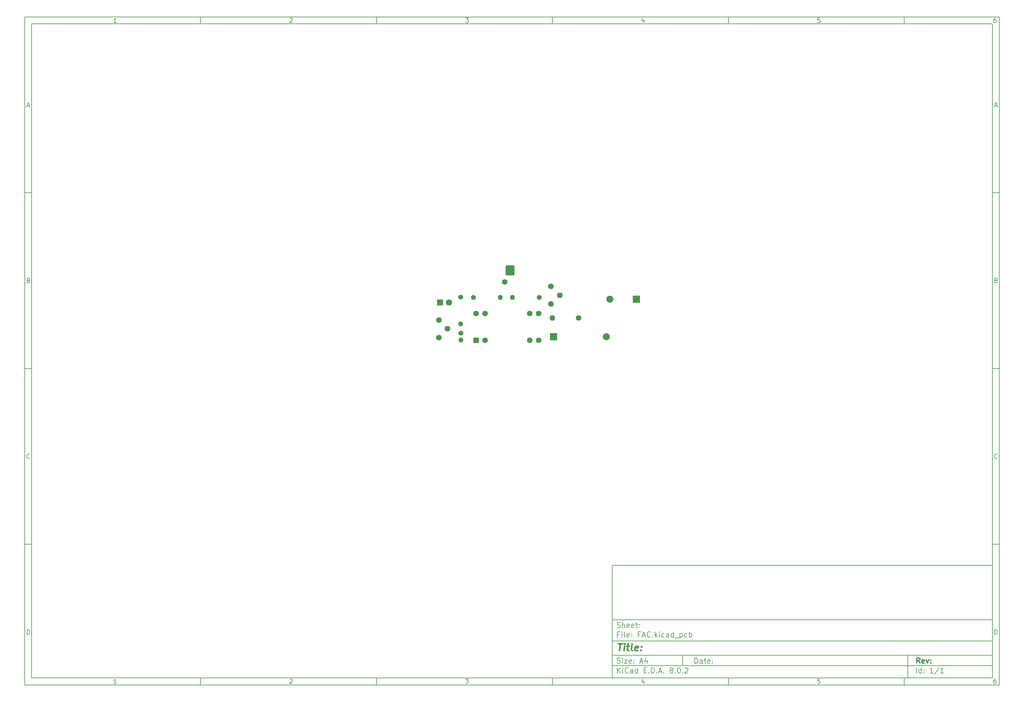
<source format=gbr>
%TF.GenerationSoftware,KiCad,Pcbnew,8.0.2*%
%TF.CreationDate,2024-06-13T18:36:30+05:30*%
%TF.ProjectId,FAC,4641432e-6b69-4636-9164-5f7063625858,rev?*%
%TF.SameCoordinates,Original*%
%TF.FileFunction,Soldermask,Bot*%
%TF.FilePolarity,Negative*%
%FSLAX46Y46*%
G04 Gerber Fmt 4.6, Leading zero omitted, Abs format (unit mm)*
G04 Created by KiCad (PCBNEW 8.0.2) date 2024-06-13 18:36:30*
%MOMM*%
%LPD*%
G01*
G04 APERTURE LIST*
G04 Aperture macros list*
%AMRoundRect*
0 Rectangle with rounded corners*
0 $1 Rounding radius*
0 $2 $3 $4 $5 $6 $7 $8 $9 X,Y pos of 4 corners*
0 Add a 4 corners polygon primitive as box body*
4,1,4,$2,$3,$4,$5,$6,$7,$8,$9,$2,$3,0*
0 Add four circle primitives for the rounded corners*
1,1,$1+$1,$2,$3*
1,1,$1+$1,$4,$5*
1,1,$1+$1,$6,$7*
1,1,$1+$1,$8,$9*
0 Add four rect primitives between the rounded corners*
20,1,$1+$1,$2,$3,$4,$5,0*
20,1,$1+$1,$4,$5,$6,$7,0*
20,1,$1+$1,$6,$7,$8,$9,0*
20,1,$1+$1,$8,$9,$2,$3,0*%
G04 Aperture macros list end*
%ADD10C,0.100000*%
%ADD11C,0.150000*%
%ADD12C,0.300000*%
%ADD13C,0.400000*%
%ADD14R,1.600000X1.600000*%
%ADD15C,1.600000*%
%ADD16C,1.400000*%
%ADD17O,1.400000X1.400000*%
%ADD18R,1.800000X1.800000*%
%ADD19C,1.800000*%
%ADD20C,1.620000*%
%ADD21R,2.000000X2.000000*%
%ADD22C,2.000000*%
%ADD23O,2.000000X2.000000*%
%ADD24RoundRect,0.250000X-0.980000X-1.150000X0.980000X-1.150000X0.980000X1.150000X-0.980000X1.150000X0*%
%ADD25O,1.600000X1.600000*%
G04 APERTURE END LIST*
D10*
D11*
X177002200Y-166007200D02*
X285002200Y-166007200D01*
X285002200Y-198007200D01*
X177002200Y-198007200D01*
X177002200Y-166007200D01*
D10*
D11*
X10000000Y-10000000D02*
X287002200Y-10000000D01*
X287002200Y-200007200D01*
X10000000Y-200007200D01*
X10000000Y-10000000D01*
D10*
D11*
X12000000Y-12000000D02*
X285002200Y-12000000D01*
X285002200Y-198007200D01*
X12000000Y-198007200D01*
X12000000Y-12000000D01*
D10*
D11*
X60000000Y-12000000D02*
X60000000Y-10000000D01*
D10*
D11*
X110000000Y-12000000D02*
X110000000Y-10000000D01*
D10*
D11*
X160000000Y-12000000D02*
X160000000Y-10000000D01*
D10*
D11*
X210000000Y-12000000D02*
X210000000Y-10000000D01*
D10*
D11*
X260000000Y-12000000D02*
X260000000Y-10000000D01*
D10*
D11*
X36089160Y-11593604D02*
X35346303Y-11593604D01*
X35717731Y-11593604D02*
X35717731Y-10293604D01*
X35717731Y-10293604D02*
X35593922Y-10479319D01*
X35593922Y-10479319D02*
X35470112Y-10603128D01*
X35470112Y-10603128D02*
X35346303Y-10665033D01*
D10*
D11*
X85346303Y-10417414D02*
X85408207Y-10355509D01*
X85408207Y-10355509D02*
X85532017Y-10293604D01*
X85532017Y-10293604D02*
X85841541Y-10293604D01*
X85841541Y-10293604D02*
X85965350Y-10355509D01*
X85965350Y-10355509D02*
X86027255Y-10417414D01*
X86027255Y-10417414D02*
X86089160Y-10541223D01*
X86089160Y-10541223D02*
X86089160Y-10665033D01*
X86089160Y-10665033D02*
X86027255Y-10850747D01*
X86027255Y-10850747D02*
X85284398Y-11593604D01*
X85284398Y-11593604D02*
X86089160Y-11593604D01*
D10*
D11*
X135284398Y-10293604D02*
X136089160Y-10293604D01*
X136089160Y-10293604D02*
X135655826Y-10788842D01*
X135655826Y-10788842D02*
X135841541Y-10788842D01*
X135841541Y-10788842D02*
X135965350Y-10850747D01*
X135965350Y-10850747D02*
X136027255Y-10912652D01*
X136027255Y-10912652D02*
X136089160Y-11036461D01*
X136089160Y-11036461D02*
X136089160Y-11345985D01*
X136089160Y-11345985D02*
X136027255Y-11469795D01*
X136027255Y-11469795D02*
X135965350Y-11531700D01*
X135965350Y-11531700D02*
X135841541Y-11593604D01*
X135841541Y-11593604D02*
X135470112Y-11593604D01*
X135470112Y-11593604D02*
X135346303Y-11531700D01*
X135346303Y-11531700D02*
X135284398Y-11469795D01*
D10*
D11*
X185965350Y-10726938D02*
X185965350Y-11593604D01*
X185655826Y-10231700D02*
X185346303Y-11160271D01*
X185346303Y-11160271D02*
X186151064Y-11160271D01*
D10*
D11*
X236027255Y-10293604D02*
X235408207Y-10293604D01*
X235408207Y-10293604D02*
X235346303Y-10912652D01*
X235346303Y-10912652D02*
X235408207Y-10850747D01*
X235408207Y-10850747D02*
X235532017Y-10788842D01*
X235532017Y-10788842D02*
X235841541Y-10788842D01*
X235841541Y-10788842D02*
X235965350Y-10850747D01*
X235965350Y-10850747D02*
X236027255Y-10912652D01*
X236027255Y-10912652D02*
X236089160Y-11036461D01*
X236089160Y-11036461D02*
X236089160Y-11345985D01*
X236089160Y-11345985D02*
X236027255Y-11469795D01*
X236027255Y-11469795D02*
X235965350Y-11531700D01*
X235965350Y-11531700D02*
X235841541Y-11593604D01*
X235841541Y-11593604D02*
X235532017Y-11593604D01*
X235532017Y-11593604D02*
X235408207Y-11531700D01*
X235408207Y-11531700D02*
X235346303Y-11469795D01*
D10*
D11*
X285965350Y-10293604D02*
X285717731Y-10293604D01*
X285717731Y-10293604D02*
X285593922Y-10355509D01*
X285593922Y-10355509D02*
X285532017Y-10417414D01*
X285532017Y-10417414D02*
X285408207Y-10603128D01*
X285408207Y-10603128D02*
X285346303Y-10850747D01*
X285346303Y-10850747D02*
X285346303Y-11345985D01*
X285346303Y-11345985D02*
X285408207Y-11469795D01*
X285408207Y-11469795D02*
X285470112Y-11531700D01*
X285470112Y-11531700D02*
X285593922Y-11593604D01*
X285593922Y-11593604D02*
X285841541Y-11593604D01*
X285841541Y-11593604D02*
X285965350Y-11531700D01*
X285965350Y-11531700D02*
X286027255Y-11469795D01*
X286027255Y-11469795D02*
X286089160Y-11345985D01*
X286089160Y-11345985D02*
X286089160Y-11036461D01*
X286089160Y-11036461D02*
X286027255Y-10912652D01*
X286027255Y-10912652D02*
X285965350Y-10850747D01*
X285965350Y-10850747D02*
X285841541Y-10788842D01*
X285841541Y-10788842D02*
X285593922Y-10788842D01*
X285593922Y-10788842D02*
X285470112Y-10850747D01*
X285470112Y-10850747D02*
X285408207Y-10912652D01*
X285408207Y-10912652D02*
X285346303Y-11036461D01*
D10*
D11*
X60000000Y-198007200D02*
X60000000Y-200007200D01*
D10*
D11*
X110000000Y-198007200D02*
X110000000Y-200007200D01*
D10*
D11*
X160000000Y-198007200D02*
X160000000Y-200007200D01*
D10*
D11*
X210000000Y-198007200D02*
X210000000Y-200007200D01*
D10*
D11*
X260000000Y-198007200D02*
X260000000Y-200007200D01*
D10*
D11*
X36089160Y-199600804D02*
X35346303Y-199600804D01*
X35717731Y-199600804D02*
X35717731Y-198300804D01*
X35717731Y-198300804D02*
X35593922Y-198486519D01*
X35593922Y-198486519D02*
X35470112Y-198610328D01*
X35470112Y-198610328D02*
X35346303Y-198672233D01*
D10*
D11*
X85346303Y-198424614D02*
X85408207Y-198362709D01*
X85408207Y-198362709D02*
X85532017Y-198300804D01*
X85532017Y-198300804D02*
X85841541Y-198300804D01*
X85841541Y-198300804D02*
X85965350Y-198362709D01*
X85965350Y-198362709D02*
X86027255Y-198424614D01*
X86027255Y-198424614D02*
X86089160Y-198548423D01*
X86089160Y-198548423D02*
X86089160Y-198672233D01*
X86089160Y-198672233D02*
X86027255Y-198857947D01*
X86027255Y-198857947D02*
X85284398Y-199600804D01*
X85284398Y-199600804D02*
X86089160Y-199600804D01*
D10*
D11*
X135284398Y-198300804D02*
X136089160Y-198300804D01*
X136089160Y-198300804D02*
X135655826Y-198796042D01*
X135655826Y-198796042D02*
X135841541Y-198796042D01*
X135841541Y-198796042D02*
X135965350Y-198857947D01*
X135965350Y-198857947D02*
X136027255Y-198919852D01*
X136027255Y-198919852D02*
X136089160Y-199043661D01*
X136089160Y-199043661D02*
X136089160Y-199353185D01*
X136089160Y-199353185D02*
X136027255Y-199476995D01*
X136027255Y-199476995D02*
X135965350Y-199538900D01*
X135965350Y-199538900D02*
X135841541Y-199600804D01*
X135841541Y-199600804D02*
X135470112Y-199600804D01*
X135470112Y-199600804D02*
X135346303Y-199538900D01*
X135346303Y-199538900D02*
X135284398Y-199476995D01*
D10*
D11*
X185965350Y-198734138D02*
X185965350Y-199600804D01*
X185655826Y-198238900D02*
X185346303Y-199167471D01*
X185346303Y-199167471D02*
X186151064Y-199167471D01*
D10*
D11*
X236027255Y-198300804D02*
X235408207Y-198300804D01*
X235408207Y-198300804D02*
X235346303Y-198919852D01*
X235346303Y-198919852D02*
X235408207Y-198857947D01*
X235408207Y-198857947D02*
X235532017Y-198796042D01*
X235532017Y-198796042D02*
X235841541Y-198796042D01*
X235841541Y-198796042D02*
X235965350Y-198857947D01*
X235965350Y-198857947D02*
X236027255Y-198919852D01*
X236027255Y-198919852D02*
X236089160Y-199043661D01*
X236089160Y-199043661D02*
X236089160Y-199353185D01*
X236089160Y-199353185D02*
X236027255Y-199476995D01*
X236027255Y-199476995D02*
X235965350Y-199538900D01*
X235965350Y-199538900D02*
X235841541Y-199600804D01*
X235841541Y-199600804D02*
X235532017Y-199600804D01*
X235532017Y-199600804D02*
X235408207Y-199538900D01*
X235408207Y-199538900D02*
X235346303Y-199476995D01*
D10*
D11*
X285965350Y-198300804D02*
X285717731Y-198300804D01*
X285717731Y-198300804D02*
X285593922Y-198362709D01*
X285593922Y-198362709D02*
X285532017Y-198424614D01*
X285532017Y-198424614D02*
X285408207Y-198610328D01*
X285408207Y-198610328D02*
X285346303Y-198857947D01*
X285346303Y-198857947D02*
X285346303Y-199353185D01*
X285346303Y-199353185D02*
X285408207Y-199476995D01*
X285408207Y-199476995D02*
X285470112Y-199538900D01*
X285470112Y-199538900D02*
X285593922Y-199600804D01*
X285593922Y-199600804D02*
X285841541Y-199600804D01*
X285841541Y-199600804D02*
X285965350Y-199538900D01*
X285965350Y-199538900D02*
X286027255Y-199476995D01*
X286027255Y-199476995D02*
X286089160Y-199353185D01*
X286089160Y-199353185D02*
X286089160Y-199043661D01*
X286089160Y-199043661D02*
X286027255Y-198919852D01*
X286027255Y-198919852D02*
X285965350Y-198857947D01*
X285965350Y-198857947D02*
X285841541Y-198796042D01*
X285841541Y-198796042D02*
X285593922Y-198796042D01*
X285593922Y-198796042D02*
X285470112Y-198857947D01*
X285470112Y-198857947D02*
X285408207Y-198919852D01*
X285408207Y-198919852D02*
X285346303Y-199043661D01*
D10*
D11*
X10000000Y-60000000D02*
X12000000Y-60000000D01*
D10*
D11*
X10000000Y-110000000D02*
X12000000Y-110000000D01*
D10*
D11*
X10000000Y-160000000D02*
X12000000Y-160000000D01*
D10*
D11*
X10690476Y-35222176D02*
X11309523Y-35222176D01*
X10566666Y-35593604D02*
X10999999Y-34293604D01*
X10999999Y-34293604D02*
X11433333Y-35593604D01*
D10*
D11*
X11092857Y-84912652D02*
X11278571Y-84974557D01*
X11278571Y-84974557D02*
X11340476Y-85036461D01*
X11340476Y-85036461D02*
X11402380Y-85160271D01*
X11402380Y-85160271D02*
X11402380Y-85345985D01*
X11402380Y-85345985D02*
X11340476Y-85469795D01*
X11340476Y-85469795D02*
X11278571Y-85531700D01*
X11278571Y-85531700D02*
X11154761Y-85593604D01*
X11154761Y-85593604D02*
X10659523Y-85593604D01*
X10659523Y-85593604D02*
X10659523Y-84293604D01*
X10659523Y-84293604D02*
X11092857Y-84293604D01*
X11092857Y-84293604D02*
X11216666Y-84355509D01*
X11216666Y-84355509D02*
X11278571Y-84417414D01*
X11278571Y-84417414D02*
X11340476Y-84541223D01*
X11340476Y-84541223D02*
X11340476Y-84665033D01*
X11340476Y-84665033D02*
X11278571Y-84788842D01*
X11278571Y-84788842D02*
X11216666Y-84850747D01*
X11216666Y-84850747D02*
X11092857Y-84912652D01*
X11092857Y-84912652D02*
X10659523Y-84912652D01*
D10*
D11*
X11402380Y-135469795D02*
X11340476Y-135531700D01*
X11340476Y-135531700D02*
X11154761Y-135593604D01*
X11154761Y-135593604D02*
X11030952Y-135593604D01*
X11030952Y-135593604D02*
X10845238Y-135531700D01*
X10845238Y-135531700D02*
X10721428Y-135407890D01*
X10721428Y-135407890D02*
X10659523Y-135284080D01*
X10659523Y-135284080D02*
X10597619Y-135036461D01*
X10597619Y-135036461D02*
X10597619Y-134850747D01*
X10597619Y-134850747D02*
X10659523Y-134603128D01*
X10659523Y-134603128D02*
X10721428Y-134479319D01*
X10721428Y-134479319D02*
X10845238Y-134355509D01*
X10845238Y-134355509D02*
X11030952Y-134293604D01*
X11030952Y-134293604D02*
X11154761Y-134293604D01*
X11154761Y-134293604D02*
X11340476Y-134355509D01*
X11340476Y-134355509D02*
X11402380Y-134417414D01*
D10*
D11*
X10659523Y-185593604D02*
X10659523Y-184293604D01*
X10659523Y-184293604D02*
X10969047Y-184293604D01*
X10969047Y-184293604D02*
X11154761Y-184355509D01*
X11154761Y-184355509D02*
X11278571Y-184479319D01*
X11278571Y-184479319D02*
X11340476Y-184603128D01*
X11340476Y-184603128D02*
X11402380Y-184850747D01*
X11402380Y-184850747D02*
X11402380Y-185036461D01*
X11402380Y-185036461D02*
X11340476Y-185284080D01*
X11340476Y-185284080D02*
X11278571Y-185407890D01*
X11278571Y-185407890D02*
X11154761Y-185531700D01*
X11154761Y-185531700D02*
X10969047Y-185593604D01*
X10969047Y-185593604D02*
X10659523Y-185593604D01*
D10*
D11*
X287002200Y-60000000D02*
X285002200Y-60000000D01*
D10*
D11*
X287002200Y-110000000D02*
X285002200Y-110000000D01*
D10*
D11*
X287002200Y-160000000D02*
X285002200Y-160000000D01*
D10*
D11*
X285692676Y-35222176D02*
X286311723Y-35222176D01*
X285568866Y-35593604D02*
X286002199Y-34293604D01*
X286002199Y-34293604D02*
X286435533Y-35593604D01*
D10*
D11*
X286095057Y-84912652D02*
X286280771Y-84974557D01*
X286280771Y-84974557D02*
X286342676Y-85036461D01*
X286342676Y-85036461D02*
X286404580Y-85160271D01*
X286404580Y-85160271D02*
X286404580Y-85345985D01*
X286404580Y-85345985D02*
X286342676Y-85469795D01*
X286342676Y-85469795D02*
X286280771Y-85531700D01*
X286280771Y-85531700D02*
X286156961Y-85593604D01*
X286156961Y-85593604D02*
X285661723Y-85593604D01*
X285661723Y-85593604D02*
X285661723Y-84293604D01*
X285661723Y-84293604D02*
X286095057Y-84293604D01*
X286095057Y-84293604D02*
X286218866Y-84355509D01*
X286218866Y-84355509D02*
X286280771Y-84417414D01*
X286280771Y-84417414D02*
X286342676Y-84541223D01*
X286342676Y-84541223D02*
X286342676Y-84665033D01*
X286342676Y-84665033D02*
X286280771Y-84788842D01*
X286280771Y-84788842D02*
X286218866Y-84850747D01*
X286218866Y-84850747D02*
X286095057Y-84912652D01*
X286095057Y-84912652D02*
X285661723Y-84912652D01*
D10*
D11*
X286404580Y-135469795D02*
X286342676Y-135531700D01*
X286342676Y-135531700D02*
X286156961Y-135593604D01*
X286156961Y-135593604D02*
X286033152Y-135593604D01*
X286033152Y-135593604D02*
X285847438Y-135531700D01*
X285847438Y-135531700D02*
X285723628Y-135407890D01*
X285723628Y-135407890D02*
X285661723Y-135284080D01*
X285661723Y-135284080D02*
X285599819Y-135036461D01*
X285599819Y-135036461D02*
X285599819Y-134850747D01*
X285599819Y-134850747D02*
X285661723Y-134603128D01*
X285661723Y-134603128D02*
X285723628Y-134479319D01*
X285723628Y-134479319D02*
X285847438Y-134355509D01*
X285847438Y-134355509D02*
X286033152Y-134293604D01*
X286033152Y-134293604D02*
X286156961Y-134293604D01*
X286156961Y-134293604D02*
X286342676Y-134355509D01*
X286342676Y-134355509D02*
X286404580Y-134417414D01*
D10*
D11*
X285661723Y-185593604D02*
X285661723Y-184293604D01*
X285661723Y-184293604D02*
X285971247Y-184293604D01*
X285971247Y-184293604D02*
X286156961Y-184355509D01*
X286156961Y-184355509D02*
X286280771Y-184479319D01*
X286280771Y-184479319D02*
X286342676Y-184603128D01*
X286342676Y-184603128D02*
X286404580Y-184850747D01*
X286404580Y-184850747D02*
X286404580Y-185036461D01*
X286404580Y-185036461D02*
X286342676Y-185284080D01*
X286342676Y-185284080D02*
X286280771Y-185407890D01*
X286280771Y-185407890D02*
X286156961Y-185531700D01*
X286156961Y-185531700D02*
X285971247Y-185593604D01*
X285971247Y-185593604D02*
X285661723Y-185593604D01*
D10*
D11*
X200458026Y-193793328D02*
X200458026Y-192293328D01*
X200458026Y-192293328D02*
X200815169Y-192293328D01*
X200815169Y-192293328D02*
X201029455Y-192364757D01*
X201029455Y-192364757D02*
X201172312Y-192507614D01*
X201172312Y-192507614D02*
X201243741Y-192650471D01*
X201243741Y-192650471D02*
X201315169Y-192936185D01*
X201315169Y-192936185D02*
X201315169Y-193150471D01*
X201315169Y-193150471D02*
X201243741Y-193436185D01*
X201243741Y-193436185D02*
X201172312Y-193579042D01*
X201172312Y-193579042D02*
X201029455Y-193721900D01*
X201029455Y-193721900D02*
X200815169Y-193793328D01*
X200815169Y-193793328D02*
X200458026Y-193793328D01*
X202600884Y-193793328D02*
X202600884Y-193007614D01*
X202600884Y-193007614D02*
X202529455Y-192864757D01*
X202529455Y-192864757D02*
X202386598Y-192793328D01*
X202386598Y-192793328D02*
X202100884Y-192793328D01*
X202100884Y-192793328D02*
X201958026Y-192864757D01*
X202600884Y-193721900D02*
X202458026Y-193793328D01*
X202458026Y-193793328D02*
X202100884Y-193793328D01*
X202100884Y-193793328D02*
X201958026Y-193721900D01*
X201958026Y-193721900D02*
X201886598Y-193579042D01*
X201886598Y-193579042D02*
X201886598Y-193436185D01*
X201886598Y-193436185D02*
X201958026Y-193293328D01*
X201958026Y-193293328D02*
X202100884Y-193221900D01*
X202100884Y-193221900D02*
X202458026Y-193221900D01*
X202458026Y-193221900D02*
X202600884Y-193150471D01*
X203100884Y-192793328D02*
X203672312Y-192793328D01*
X203315169Y-192293328D02*
X203315169Y-193579042D01*
X203315169Y-193579042D02*
X203386598Y-193721900D01*
X203386598Y-193721900D02*
X203529455Y-193793328D01*
X203529455Y-193793328D02*
X203672312Y-193793328D01*
X204743741Y-193721900D02*
X204600884Y-193793328D01*
X204600884Y-193793328D02*
X204315170Y-193793328D01*
X204315170Y-193793328D02*
X204172312Y-193721900D01*
X204172312Y-193721900D02*
X204100884Y-193579042D01*
X204100884Y-193579042D02*
X204100884Y-193007614D01*
X204100884Y-193007614D02*
X204172312Y-192864757D01*
X204172312Y-192864757D02*
X204315170Y-192793328D01*
X204315170Y-192793328D02*
X204600884Y-192793328D01*
X204600884Y-192793328D02*
X204743741Y-192864757D01*
X204743741Y-192864757D02*
X204815170Y-193007614D01*
X204815170Y-193007614D02*
X204815170Y-193150471D01*
X204815170Y-193150471D02*
X204100884Y-193293328D01*
X205458026Y-193650471D02*
X205529455Y-193721900D01*
X205529455Y-193721900D02*
X205458026Y-193793328D01*
X205458026Y-193793328D02*
X205386598Y-193721900D01*
X205386598Y-193721900D02*
X205458026Y-193650471D01*
X205458026Y-193650471D02*
X205458026Y-193793328D01*
X205458026Y-192864757D02*
X205529455Y-192936185D01*
X205529455Y-192936185D02*
X205458026Y-193007614D01*
X205458026Y-193007614D02*
X205386598Y-192936185D01*
X205386598Y-192936185D02*
X205458026Y-192864757D01*
X205458026Y-192864757D02*
X205458026Y-193007614D01*
D10*
D11*
X177002200Y-194507200D02*
X285002200Y-194507200D01*
D10*
D11*
X178458026Y-196593328D02*
X178458026Y-195093328D01*
X179315169Y-196593328D02*
X178672312Y-195736185D01*
X179315169Y-195093328D02*
X178458026Y-195950471D01*
X179958026Y-196593328D02*
X179958026Y-195593328D01*
X179958026Y-195093328D02*
X179886598Y-195164757D01*
X179886598Y-195164757D02*
X179958026Y-195236185D01*
X179958026Y-195236185D02*
X180029455Y-195164757D01*
X180029455Y-195164757D02*
X179958026Y-195093328D01*
X179958026Y-195093328D02*
X179958026Y-195236185D01*
X181529455Y-196450471D02*
X181458027Y-196521900D01*
X181458027Y-196521900D02*
X181243741Y-196593328D01*
X181243741Y-196593328D02*
X181100884Y-196593328D01*
X181100884Y-196593328D02*
X180886598Y-196521900D01*
X180886598Y-196521900D02*
X180743741Y-196379042D01*
X180743741Y-196379042D02*
X180672312Y-196236185D01*
X180672312Y-196236185D02*
X180600884Y-195950471D01*
X180600884Y-195950471D02*
X180600884Y-195736185D01*
X180600884Y-195736185D02*
X180672312Y-195450471D01*
X180672312Y-195450471D02*
X180743741Y-195307614D01*
X180743741Y-195307614D02*
X180886598Y-195164757D01*
X180886598Y-195164757D02*
X181100884Y-195093328D01*
X181100884Y-195093328D02*
X181243741Y-195093328D01*
X181243741Y-195093328D02*
X181458027Y-195164757D01*
X181458027Y-195164757D02*
X181529455Y-195236185D01*
X182815170Y-196593328D02*
X182815170Y-195807614D01*
X182815170Y-195807614D02*
X182743741Y-195664757D01*
X182743741Y-195664757D02*
X182600884Y-195593328D01*
X182600884Y-195593328D02*
X182315170Y-195593328D01*
X182315170Y-195593328D02*
X182172312Y-195664757D01*
X182815170Y-196521900D02*
X182672312Y-196593328D01*
X182672312Y-196593328D02*
X182315170Y-196593328D01*
X182315170Y-196593328D02*
X182172312Y-196521900D01*
X182172312Y-196521900D02*
X182100884Y-196379042D01*
X182100884Y-196379042D02*
X182100884Y-196236185D01*
X182100884Y-196236185D02*
X182172312Y-196093328D01*
X182172312Y-196093328D02*
X182315170Y-196021900D01*
X182315170Y-196021900D02*
X182672312Y-196021900D01*
X182672312Y-196021900D02*
X182815170Y-195950471D01*
X184172313Y-196593328D02*
X184172313Y-195093328D01*
X184172313Y-196521900D02*
X184029455Y-196593328D01*
X184029455Y-196593328D02*
X183743741Y-196593328D01*
X183743741Y-196593328D02*
X183600884Y-196521900D01*
X183600884Y-196521900D02*
X183529455Y-196450471D01*
X183529455Y-196450471D02*
X183458027Y-196307614D01*
X183458027Y-196307614D02*
X183458027Y-195879042D01*
X183458027Y-195879042D02*
X183529455Y-195736185D01*
X183529455Y-195736185D02*
X183600884Y-195664757D01*
X183600884Y-195664757D02*
X183743741Y-195593328D01*
X183743741Y-195593328D02*
X184029455Y-195593328D01*
X184029455Y-195593328D02*
X184172313Y-195664757D01*
X186029455Y-195807614D02*
X186529455Y-195807614D01*
X186743741Y-196593328D02*
X186029455Y-196593328D01*
X186029455Y-196593328D02*
X186029455Y-195093328D01*
X186029455Y-195093328D02*
X186743741Y-195093328D01*
X187386598Y-196450471D02*
X187458027Y-196521900D01*
X187458027Y-196521900D02*
X187386598Y-196593328D01*
X187386598Y-196593328D02*
X187315170Y-196521900D01*
X187315170Y-196521900D02*
X187386598Y-196450471D01*
X187386598Y-196450471D02*
X187386598Y-196593328D01*
X188100884Y-196593328D02*
X188100884Y-195093328D01*
X188100884Y-195093328D02*
X188458027Y-195093328D01*
X188458027Y-195093328D02*
X188672313Y-195164757D01*
X188672313Y-195164757D02*
X188815170Y-195307614D01*
X188815170Y-195307614D02*
X188886599Y-195450471D01*
X188886599Y-195450471D02*
X188958027Y-195736185D01*
X188958027Y-195736185D02*
X188958027Y-195950471D01*
X188958027Y-195950471D02*
X188886599Y-196236185D01*
X188886599Y-196236185D02*
X188815170Y-196379042D01*
X188815170Y-196379042D02*
X188672313Y-196521900D01*
X188672313Y-196521900D02*
X188458027Y-196593328D01*
X188458027Y-196593328D02*
X188100884Y-196593328D01*
X189600884Y-196450471D02*
X189672313Y-196521900D01*
X189672313Y-196521900D02*
X189600884Y-196593328D01*
X189600884Y-196593328D02*
X189529456Y-196521900D01*
X189529456Y-196521900D02*
X189600884Y-196450471D01*
X189600884Y-196450471D02*
X189600884Y-196593328D01*
X190243742Y-196164757D02*
X190958028Y-196164757D01*
X190100885Y-196593328D02*
X190600885Y-195093328D01*
X190600885Y-195093328D02*
X191100885Y-196593328D01*
X191600884Y-196450471D02*
X191672313Y-196521900D01*
X191672313Y-196521900D02*
X191600884Y-196593328D01*
X191600884Y-196593328D02*
X191529456Y-196521900D01*
X191529456Y-196521900D02*
X191600884Y-196450471D01*
X191600884Y-196450471D02*
X191600884Y-196593328D01*
X193672313Y-195736185D02*
X193529456Y-195664757D01*
X193529456Y-195664757D02*
X193458027Y-195593328D01*
X193458027Y-195593328D02*
X193386599Y-195450471D01*
X193386599Y-195450471D02*
X193386599Y-195379042D01*
X193386599Y-195379042D02*
X193458027Y-195236185D01*
X193458027Y-195236185D02*
X193529456Y-195164757D01*
X193529456Y-195164757D02*
X193672313Y-195093328D01*
X193672313Y-195093328D02*
X193958027Y-195093328D01*
X193958027Y-195093328D02*
X194100885Y-195164757D01*
X194100885Y-195164757D02*
X194172313Y-195236185D01*
X194172313Y-195236185D02*
X194243742Y-195379042D01*
X194243742Y-195379042D02*
X194243742Y-195450471D01*
X194243742Y-195450471D02*
X194172313Y-195593328D01*
X194172313Y-195593328D02*
X194100885Y-195664757D01*
X194100885Y-195664757D02*
X193958027Y-195736185D01*
X193958027Y-195736185D02*
X193672313Y-195736185D01*
X193672313Y-195736185D02*
X193529456Y-195807614D01*
X193529456Y-195807614D02*
X193458027Y-195879042D01*
X193458027Y-195879042D02*
X193386599Y-196021900D01*
X193386599Y-196021900D02*
X193386599Y-196307614D01*
X193386599Y-196307614D02*
X193458027Y-196450471D01*
X193458027Y-196450471D02*
X193529456Y-196521900D01*
X193529456Y-196521900D02*
X193672313Y-196593328D01*
X193672313Y-196593328D02*
X193958027Y-196593328D01*
X193958027Y-196593328D02*
X194100885Y-196521900D01*
X194100885Y-196521900D02*
X194172313Y-196450471D01*
X194172313Y-196450471D02*
X194243742Y-196307614D01*
X194243742Y-196307614D02*
X194243742Y-196021900D01*
X194243742Y-196021900D02*
X194172313Y-195879042D01*
X194172313Y-195879042D02*
X194100885Y-195807614D01*
X194100885Y-195807614D02*
X193958027Y-195736185D01*
X194886598Y-196450471D02*
X194958027Y-196521900D01*
X194958027Y-196521900D02*
X194886598Y-196593328D01*
X194886598Y-196593328D02*
X194815170Y-196521900D01*
X194815170Y-196521900D02*
X194886598Y-196450471D01*
X194886598Y-196450471D02*
X194886598Y-196593328D01*
X195886599Y-195093328D02*
X196029456Y-195093328D01*
X196029456Y-195093328D02*
X196172313Y-195164757D01*
X196172313Y-195164757D02*
X196243742Y-195236185D01*
X196243742Y-195236185D02*
X196315170Y-195379042D01*
X196315170Y-195379042D02*
X196386599Y-195664757D01*
X196386599Y-195664757D02*
X196386599Y-196021900D01*
X196386599Y-196021900D02*
X196315170Y-196307614D01*
X196315170Y-196307614D02*
X196243742Y-196450471D01*
X196243742Y-196450471D02*
X196172313Y-196521900D01*
X196172313Y-196521900D02*
X196029456Y-196593328D01*
X196029456Y-196593328D02*
X195886599Y-196593328D01*
X195886599Y-196593328D02*
X195743742Y-196521900D01*
X195743742Y-196521900D02*
X195672313Y-196450471D01*
X195672313Y-196450471D02*
X195600884Y-196307614D01*
X195600884Y-196307614D02*
X195529456Y-196021900D01*
X195529456Y-196021900D02*
X195529456Y-195664757D01*
X195529456Y-195664757D02*
X195600884Y-195379042D01*
X195600884Y-195379042D02*
X195672313Y-195236185D01*
X195672313Y-195236185D02*
X195743742Y-195164757D01*
X195743742Y-195164757D02*
X195886599Y-195093328D01*
X197029455Y-196450471D02*
X197100884Y-196521900D01*
X197100884Y-196521900D02*
X197029455Y-196593328D01*
X197029455Y-196593328D02*
X196958027Y-196521900D01*
X196958027Y-196521900D02*
X197029455Y-196450471D01*
X197029455Y-196450471D02*
X197029455Y-196593328D01*
X197672313Y-195236185D02*
X197743741Y-195164757D01*
X197743741Y-195164757D02*
X197886599Y-195093328D01*
X197886599Y-195093328D02*
X198243741Y-195093328D01*
X198243741Y-195093328D02*
X198386599Y-195164757D01*
X198386599Y-195164757D02*
X198458027Y-195236185D01*
X198458027Y-195236185D02*
X198529456Y-195379042D01*
X198529456Y-195379042D02*
X198529456Y-195521900D01*
X198529456Y-195521900D02*
X198458027Y-195736185D01*
X198458027Y-195736185D02*
X197600884Y-196593328D01*
X197600884Y-196593328D02*
X198529456Y-196593328D01*
D10*
D11*
X177002200Y-191507200D02*
X285002200Y-191507200D01*
D10*
D12*
X264413853Y-193785528D02*
X263913853Y-193071242D01*
X263556710Y-193785528D02*
X263556710Y-192285528D01*
X263556710Y-192285528D02*
X264128139Y-192285528D01*
X264128139Y-192285528D02*
X264270996Y-192356957D01*
X264270996Y-192356957D02*
X264342425Y-192428385D01*
X264342425Y-192428385D02*
X264413853Y-192571242D01*
X264413853Y-192571242D02*
X264413853Y-192785528D01*
X264413853Y-192785528D02*
X264342425Y-192928385D01*
X264342425Y-192928385D02*
X264270996Y-192999814D01*
X264270996Y-192999814D02*
X264128139Y-193071242D01*
X264128139Y-193071242D02*
X263556710Y-193071242D01*
X265628139Y-193714100D02*
X265485282Y-193785528D01*
X265485282Y-193785528D02*
X265199568Y-193785528D01*
X265199568Y-193785528D02*
X265056710Y-193714100D01*
X265056710Y-193714100D02*
X264985282Y-193571242D01*
X264985282Y-193571242D02*
X264985282Y-192999814D01*
X264985282Y-192999814D02*
X265056710Y-192856957D01*
X265056710Y-192856957D02*
X265199568Y-192785528D01*
X265199568Y-192785528D02*
X265485282Y-192785528D01*
X265485282Y-192785528D02*
X265628139Y-192856957D01*
X265628139Y-192856957D02*
X265699568Y-192999814D01*
X265699568Y-192999814D02*
X265699568Y-193142671D01*
X265699568Y-193142671D02*
X264985282Y-193285528D01*
X266199567Y-192785528D02*
X266556710Y-193785528D01*
X266556710Y-193785528D02*
X266913853Y-192785528D01*
X267485281Y-193642671D02*
X267556710Y-193714100D01*
X267556710Y-193714100D02*
X267485281Y-193785528D01*
X267485281Y-193785528D02*
X267413853Y-193714100D01*
X267413853Y-193714100D02*
X267485281Y-193642671D01*
X267485281Y-193642671D02*
X267485281Y-193785528D01*
X267485281Y-192856957D02*
X267556710Y-192928385D01*
X267556710Y-192928385D02*
X267485281Y-192999814D01*
X267485281Y-192999814D02*
X267413853Y-192928385D01*
X267413853Y-192928385D02*
X267485281Y-192856957D01*
X267485281Y-192856957D02*
X267485281Y-192999814D01*
D10*
D11*
X178386598Y-193721900D02*
X178600884Y-193793328D01*
X178600884Y-193793328D02*
X178958026Y-193793328D01*
X178958026Y-193793328D02*
X179100884Y-193721900D01*
X179100884Y-193721900D02*
X179172312Y-193650471D01*
X179172312Y-193650471D02*
X179243741Y-193507614D01*
X179243741Y-193507614D02*
X179243741Y-193364757D01*
X179243741Y-193364757D02*
X179172312Y-193221900D01*
X179172312Y-193221900D02*
X179100884Y-193150471D01*
X179100884Y-193150471D02*
X178958026Y-193079042D01*
X178958026Y-193079042D02*
X178672312Y-193007614D01*
X178672312Y-193007614D02*
X178529455Y-192936185D01*
X178529455Y-192936185D02*
X178458026Y-192864757D01*
X178458026Y-192864757D02*
X178386598Y-192721900D01*
X178386598Y-192721900D02*
X178386598Y-192579042D01*
X178386598Y-192579042D02*
X178458026Y-192436185D01*
X178458026Y-192436185D02*
X178529455Y-192364757D01*
X178529455Y-192364757D02*
X178672312Y-192293328D01*
X178672312Y-192293328D02*
X179029455Y-192293328D01*
X179029455Y-192293328D02*
X179243741Y-192364757D01*
X179886597Y-193793328D02*
X179886597Y-192793328D01*
X179886597Y-192293328D02*
X179815169Y-192364757D01*
X179815169Y-192364757D02*
X179886597Y-192436185D01*
X179886597Y-192436185D02*
X179958026Y-192364757D01*
X179958026Y-192364757D02*
X179886597Y-192293328D01*
X179886597Y-192293328D02*
X179886597Y-192436185D01*
X180458026Y-192793328D02*
X181243741Y-192793328D01*
X181243741Y-192793328D02*
X180458026Y-193793328D01*
X180458026Y-193793328D02*
X181243741Y-193793328D01*
X182386598Y-193721900D02*
X182243741Y-193793328D01*
X182243741Y-193793328D02*
X181958027Y-193793328D01*
X181958027Y-193793328D02*
X181815169Y-193721900D01*
X181815169Y-193721900D02*
X181743741Y-193579042D01*
X181743741Y-193579042D02*
X181743741Y-193007614D01*
X181743741Y-193007614D02*
X181815169Y-192864757D01*
X181815169Y-192864757D02*
X181958027Y-192793328D01*
X181958027Y-192793328D02*
X182243741Y-192793328D01*
X182243741Y-192793328D02*
X182386598Y-192864757D01*
X182386598Y-192864757D02*
X182458027Y-193007614D01*
X182458027Y-193007614D02*
X182458027Y-193150471D01*
X182458027Y-193150471D02*
X181743741Y-193293328D01*
X183100883Y-193650471D02*
X183172312Y-193721900D01*
X183172312Y-193721900D02*
X183100883Y-193793328D01*
X183100883Y-193793328D02*
X183029455Y-193721900D01*
X183029455Y-193721900D02*
X183100883Y-193650471D01*
X183100883Y-193650471D02*
X183100883Y-193793328D01*
X183100883Y-192864757D02*
X183172312Y-192936185D01*
X183172312Y-192936185D02*
X183100883Y-193007614D01*
X183100883Y-193007614D02*
X183029455Y-192936185D01*
X183029455Y-192936185D02*
X183100883Y-192864757D01*
X183100883Y-192864757D02*
X183100883Y-193007614D01*
X184886598Y-193364757D02*
X185600884Y-193364757D01*
X184743741Y-193793328D02*
X185243741Y-192293328D01*
X185243741Y-192293328D02*
X185743741Y-193793328D01*
X186886598Y-192793328D02*
X186886598Y-193793328D01*
X186529455Y-192221900D02*
X186172312Y-193293328D01*
X186172312Y-193293328D02*
X187100883Y-193293328D01*
D10*
D11*
X263458026Y-196593328D02*
X263458026Y-195093328D01*
X264815170Y-196593328D02*
X264815170Y-195093328D01*
X264815170Y-196521900D02*
X264672312Y-196593328D01*
X264672312Y-196593328D02*
X264386598Y-196593328D01*
X264386598Y-196593328D02*
X264243741Y-196521900D01*
X264243741Y-196521900D02*
X264172312Y-196450471D01*
X264172312Y-196450471D02*
X264100884Y-196307614D01*
X264100884Y-196307614D02*
X264100884Y-195879042D01*
X264100884Y-195879042D02*
X264172312Y-195736185D01*
X264172312Y-195736185D02*
X264243741Y-195664757D01*
X264243741Y-195664757D02*
X264386598Y-195593328D01*
X264386598Y-195593328D02*
X264672312Y-195593328D01*
X264672312Y-195593328D02*
X264815170Y-195664757D01*
X265529455Y-196450471D02*
X265600884Y-196521900D01*
X265600884Y-196521900D02*
X265529455Y-196593328D01*
X265529455Y-196593328D02*
X265458027Y-196521900D01*
X265458027Y-196521900D02*
X265529455Y-196450471D01*
X265529455Y-196450471D02*
X265529455Y-196593328D01*
X265529455Y-195664757D02*
X265600884Y-195736185D01*
X265600884Y-195736185D02*
X265529455Y-195807614D01*
X265529455Y-195807614D02*
X265458027Y-195736185D01*
X265458027Y-195736185D02*
X265529455Y-195664757D01*
X265529455Y-195664757D02*
X265529455Y-195807614D01*
X268172313Y-196593328D02*
X267315170Y-196593328D01*
X267743741Y-196593328D02*
X267743741Y-195093328D01*
X267743741Y-195093328D02*
X267600884Y-195307614D01*
X267600884Y-195307614D02*
X267458027Y-195450471D01*
X267458027Y-195450471D02*
X267315170Y-195521900D01*
X269886598Y-195021900D02*
X268600884Y-196950471D01*
X271172313Y-196593328D02*
X270315170Y-196593328D01*
X270743741Y-196593328D02*
X270743741Y-195093328D01*
X270743741Y-195093328D02*
X270600884Y-195307614D01*
X270600884Y-195307614D02*
X270458027Y-195450471D01*
X270458027Y-195450471D02*
X270315170Y-195521900D01*
D10*
D11*
X177002200Y-187507200D02*
X285002200Y-187507200D01*
D10*
D13*
X178693928Y-188211638D02*
X179836785Y-188211638D01*
X179015357Y-190211638D02*
X179265357Y-188211638D01*
X180253452Y-190211638D02*
X180420119Y-188878304D01*
X180503452Y-188211638D02*
X180396309Y-188306876D01*
X180396309Y-188306876D02*
X180479643Y-188402114D01*
X180479643Y-188402114D02*
X180586786Y-188306876D01*
X180586786Y-188306876D02*
X180503452Y-188211638D01*
X180503452Y-188211638D02*
X180479643Y-188402114D01*
X181086786Y-188878304D02*
X181848690Y-188878304D01*
X181455833Y-188211638D02*
X181241548Y-189925923D01*
X181241548Y-189925923D02*
X181312976Y-190116400D01*
X181312976Y-190116400D02*
X181491548Y-190211638D01*
X181491548Y-190211638D02*
X181682024Y-190211638D01*
X182634405Y-190211638D02*
X182455833Y-190116400D01*
X182455833Y-190116400D02*
X182384405Y-189925923D01*
X182384405Y-189925923D02*
X182598690Y-188211638D01*
X184170119Y-190116400D02*
X183967738Y-190211638D01*
X183967738Y-190211638D02*
X183586785Y-190211638D01*
X183586785Y-190211638D02*
X183408214Y-190116400D01*
X183408214Y-190116400D02*
X183336785Y-189925923D01*
X183336785Y-189925923D02*
X183432024Y-189164019D01*
X183432024Y-189164019D02*
X183551071Y-188973542D01*
X183551071Y-188973542D02*
X183753452Y-188878304D01*
X183753452Y-188878304D02*
X184134404Y-188878304D01*
X184134404Y-188878304D02*
X184312976Y-188973542D01*
X184312976Y-188973542D02*
X184384404Y-189164019D01*
X184384404Y-189164019D02*
X184360595Y-189354495D01*
X184360595Y-189354495D02*
X183384404Y-189544971D01*
X185134405Y-190021161D02*
X185217738Y-190116400D01*
X185217738Y-190116400D02*
X185110595Y-190211638D01*
X185110595Y-190211638D02*
X185027262Y-190116400D01*
X185027262Y-190116400D02*
X185134405Y-190021161D01*
X185134405Y-190021161D02*
X185110595Y-190211638D01*
X185265357Y-188973542D02*
X185348690Y-189068780D01*
X185348690Y-189068780D02*
X185241548Y-189164019D01*
X185241548Y-189164019D02*
X185158214Y-189068780D01*
X185158214Y-189068780D02*
X185265357Y-188973542D01*
X185265357Y-188973542D02*
X185241548Y-189164019D01*
D10*
D11*
X178958026Y-185607614D02*
X178458026Y-185607614D01*
X178458026Y-186393328D02*
X178458026Y-184893328D01*
X178458026Y-184893328D02*
X179172312Y-184893328D01*
X179743740Y-186393328D02*
X179743740Y-185393328D01*
X179743740Y-184893328D02*
X179672312Y-184964757D01*
X179672312Y-184964757D02*
X179743740Y-185036185D01*
X179743740Y-185036185D02*
X179815169Y-184964757D01*
X179815169Y-184964757D02*
X179743740Y-184893328D01*
X179743740Y-184893328D02*
X179743740Y-185036185D01*
X180672312Y-186393328D02*
X180529455Y-186321900D01*
X180529455Y-186321900D02*
X180458026Y-186179042D01*
X180458026Y-186179042D02*
X180458026Y-184893328D01*
X181815169Y-186321900D02*
X181672312Y-186393328D01*
X181672312Y-186393328D02*
X181386598Y-186393328D01*
X181386598Y-186393328D02*
X181243740Y-186321900D01*
X181243740Y-186321900D02*
X181172312Y-186179042D01*
X181172312Y-186179042D02*
X181172312Y-185607614D01*
X181172312Y-185607614D02*
X181243740Y-185464757D01*
X181243740Y-185464757D02*
X181386598Y-185393328D01*
X181386598Y-185393328D02*
X181672312Y-185393328D01*
X181672312Y-185393328D02*
X181815169Y-185464757D01*
X181815169Y-185464757D02*
X181886598Y-185607614D01*
X181886598Y-185607614D02*
X181886598Y-185750471D01*
X181886598Y-185750471D02*
X181172312Y-185893328D01*
X182529454Y-186250471D02*
X182600883Y-186321900D01*
X182600883Y-186321900D02*
X182529454Y-186393328D01*
X182529454Y-186393328D02*
X182458026Y-186321900D01*
X182458026Y-186321900D02*
X182529454Y-186250471D01*
X182529454Y-186250471D02*
X182529454Y-186393328D01*
X182529454Y-185464757D02*
X182600883Y-185536185D01*
X182600883Y-185536185D02*
X182529454Y-185607614D01*
X182529454Y-185607614D02*
X182458026Y-185536185D01*
X182458026Y-185536185D02*
X182529454Y-185464757D01*
X182529454Y-185464757D02*
X182529454Y-185607614D01*
X184886597Y-185607614D02*
X184386597Y-185607614D01*
X184386597Y-186393328D02*
X184386597Y-184893328D01*
X184386597Y-184893328D02*
X185100883Y-184893328D01*
X185600883Y-185964757D02*
X186315169Y-185964757D01*
X185458026Y-186393328D02*
X185958026Y-184893328D01*
X185958026Y-184893328D02*
X186458026Y-186393328D01*
X187815168Y-186250471D02*
X187743740Y-186321900D01*
X187743740Y-186321900D02*
X187529454Y-186393328D01*
X187529454Y-186393328D02*
X187386597Y-186393328D01*
X187386597Y-186393328D02*
X187172311Y-186321900D01*
X187172311Y-186321900D02*
X187029454Y-186179042D01*
X187029454Y-186179042D02*
X186958025Y-186036185D01*
X186958025Y-186036185D02*
X186886597Y-185750471D01*
X186886597Y-185750471D02*
X186886597Y-185536185D01*
X186886597Y-185536185D02*
X186958025Y-185250471D01*
X186958025Y-185250471D02*
X187029454Y-185107614D01*
X187029454Y-185107614D02*
X187172311Y-184964757D01*
X187172311Y-184964757D02*
X187386597Y-184893328D01*
X187386597Y-184893328D02*
X187529454Y-184893328D01*
X187529454Y-184893328D02*
X187743740Y-184964757D01*
X187743740Y-184964757D02*
X187815168Y-185036185D01*
X188458025Y-186250471D02*
X188529454Y-186321900D01*
X188529454Y-186321900D02*
X188458025Y-186393328D01*
X188458025Y-186393328D02*
X188386597Y-186321900D01*
X188386597Y-186321900D02*
X188458025Y-186250471D01*
X188458025Y-186250471D02*
X188458025Y-186393328D01*
X189172311Y-186393328D02*
X189172311Y-184893328D01*
X189315169Y-185821900D02*
X189743740Y-186393328D01*
X189743740Y-185393328D02*
X189172311Y-185964757D01*
X190386597Y-186393328D02*
X190386597Y-185393328D01*
X190386597Y-184893328D02*
X190315169Y-184964757D01*
X190315169Y-184964757D02*
X190386597Y-185036185D01*
X190386597Y-185036185D02*
X190458026Y-184964757D01*
X190458026Y-184964757D02*
X190386597Y-184893328D01*
X190386597Y-184893328D02*
X190386597Y-185036185D01*
X191743741Y-186321900D02*
X191600883Y-186393328D01*
X191600883Y-186393328D02*
X191315169Y-186393328D01*
X191315169Y-186393328D02*
X191172312Y-186321900D01*
X191172312Y-186321900D02*
X191100883Y-186250471D01*
X191100883Y-186250471D02*
X191029455Y-186107614D01*
X191029455Y-186107614D02*
X191029455Y-185679042D01*
X191029455Y-185679042D02*
X191100883Y-185536185D01*
X191100883Y-185536185D02*
X191172312Y-185464757D01*
X191172312Y-185464757D02*
X191315169Y-185393328D01*
X191315169Y-185393328D02*
X191600883Y-185393328D01*
X191600883Y-185393328D02*
X191743741Y-185464757D01*
X193029455Y-186393328D02*
X193029455Y-185607614D01*
X193029455Y-185607614D02*
X192958026Y-185464757D01*
X192958026Y-185464757D02*
X192815169Y-185393328D01*
X192815169Y-185393328D02*
X192529455Y-185393328D01*
X192529455Y-185393328D02*
X192386597Y-185464757D01*
X193029455Y-186321900D02*
X192886597Y-186393328D01*
X192886597Y-186393328D02*
X192529455Y-186393328D01*
X192529455Y-186393328D02*
X192386597Y-186321900D01*
X192386597Y-186321900D02*
X192315169Y-186179042D01*
X192315169Y-186179042D02*
X192315169Y-186036185D01*
X192315169Y-186036185D02*
X192386597Y-185893328D01*
X192386597Y-185893328D02*
X192529455Y-185821900D01*
X192529455Y-185821900D02*
X192886597Y-185821900D01*
X192886597Y-185821900D02*
X193029455Y-185750471D01*
X194386598Y-186393328D02*
X194386598Y-184893328D01*
X194386598Y-186321900D02*
X194243740Y-186393328D01*
X194243740Y-186393328D02*
X193958026Y-186393328D01*
X193958026Y-186393328D02*
X193815169Y-186321900D01*
X193815169Y-186321900D02*
X193743740Y-186250471D01*
X193743740Y-186250471D02*
X193672312Y-186107614D01*
X193672312Y-186107614D02*
X193672312Y-185679042D01*
X193672312Y-185679042D02*
X193743740Y-185536185D01*
X193743740Y-185536185D02*
X193815169Y-185464757D01*
X193815169Y-185464757D02*
X193958026Y-185393328D01*
X193958026Y-185393328D02*
X194243740Y-185393328D01*
X194243740Y-185393328D02*
X194386598Y-185464757D01*
X194743741Y-186536185D02*
X195886598Y-186536185D01*
X196243740Y-185393328D02*
X196243740Y-186893328D01*
X196243740Y-185464757D02*
X196386598Y-185393328D01*
X196386598Y-185393328D02*
X196672312Y-185393328D01*
X196672312Y-185393328D02*
X196815169Y-185464757D01*
X196815169Y-185464757D02*
X196886598Y-185536185D01*
X196886598Y-185536185D02*
X196958026Y-185679042D01*
X196958026Y-185679042D02*
X196958026Y-186107614D01*
X196958026Y-186107614D02*
X196886598Y-186250471D01*
X196886598Y-186250471D02*
X196815169Y-186321900D01*
X196815169Y-186321900D02*
X196672312Y-186393328D01*
X196672312Y-186393328D02*
X196386598Y-186393328D01*
X196386598Y-186393328D02*
X196243740Y-186321900D01*
X198243741Y-186321900D02*
X198100883Y-186393328D01*
X198100883Y-186393328D02*
X197815169Y-186393328D01*
X197815169Y-186393328D02*
X197672312Y-186321900D01*
X197672312Y-186321900D02*
X197600883Y-186250471D01*
X197600883Y-186250471D02*
X197529455Y-186107614D01*
X197529455Y-186107614D02*
X197529455Y-185679042D01*
X197529455Y-185679042D02*
X197600883Y-185536185D01*
X197600883Y-185536185D02*
X197672312Y-185464757D01*
X197672312Y-185464757D02*
X197815169Y-185393328D01*
X197815169Y-185393328D02*
X198100883Y-185393328D01*
X198100883Y-185393328D02*
X198243741Y-185464757D01*
X198886597Y-186393328D02*
X198886597Y-184893328D01*
X198886597Y-185464757D02*
X199029455Y-185393328D01*
X199029455Y-185393328D02*
X199315169Y-185393328D01*
X199315169Y-185393328D02*
X199458026Y-185464757D01*
X199458026Y-185464757D02*
X199529455Y-185536185D01*
X199529455Y-185536185D02*
X199600883Y-185679042D01*
X199600883Y-185679042D02*
X199600883Y-186107614D01*
X199600883Y-186107614D02*
X199529455Y-186250471D01*
X199529455Y-186250471D02*
X199458026Y-186321900D01*
X199458026Y-186321900D02*
X199315169Y-186393328D01*
X199315169Y-186393328D02*
X199029455Y-186393328D01*
X199029455Y-186393328D02*
X198886597Y-186321900D01*
D10*
D11*
X177002200Y-181507200D02*
X285002200Y-181507200D01*
D10*
D11*
X178386598Y-183621900D02*
X178600884Y-183693328D01*
X178600884Y-183693328D02*
X178958026Y-183693328D01*
X178958026Y-183693328D02*
X179100884Y-183621900D01*
X179100884Y-183621900D02*
X179172312Y-183550471D01*
X179172312Y-183550471D02*
X179243741Y-183407614D01*
X179243741Y-183407614D02*
X179243741Y-183264757D01*
X179243741Y-183264757D02*
X179172312Y-183121900D01*
X179172312Y-183121900D02*
X179100884Y-183050471D01*
X179100884Y-183050471D02*
X178958026Y-182979042D01*
X178958026Y-182979042D02*
X178672312Y-182907614D01*
X178672312Y-182907614D02*
X178529455Y-182836185D01*
X178529455Y-182836185D02*
X178458026Y-182764757D01*
X178458026Y-182764757D02*
X178386598Y-182621900D01*
X178386598Y-182621900D02*
X178386598Y-182479042D01*
X178386598Y-182479042D02*
X178458026Y-182336185D01*
X178458026Y-182336185D02*
X178529455Y-182264757D01*
X178529455Y-182264757D02*
X178672312Y-182193328D01*
X178672312Y-182193328D02*
X179029455Y-182193328D01*
X179029455Y-182193328D02*
X179243741Y-182264757D01*
X179886597Y-183693328D02*
X179886597Y-182193328D01*
X180529455Y-183693328D02*
X180529455Y-182907614D01*
X180529455Y-182907614D02*
X180458026Y-182764757D01*
X180458026Y-182764757D02*
X180315169Y-182693328D01*
X180315169Y-182693328D02*
X180100883Y-182693328D01*
X180100883Y-182693328D02*
X179958026Y-182764757D01*
X179958026Y-182764757D02*
X179886597Y-182836185D01*
X181815169Y-183621900D02*
X181672312Y-183693328D01*
X181672312Y-183693328D02*
X181386598Y-183693328D01*
X181386598Y-183693328D02*
X181243740Y-183621900D01*
X181243740Y-183621900D02*
X181172312Y-183479042D01*
X181172312Y-183479042D02*
X181172312Y-182907614D01*
X181172312Y-182907614D02*
X181243740Y-182764757D01*
X181243740Y-182764757D02*
X181386598Y-182693328D01*
X181386598Y-182693328D02*
X181672312Y-182693328D01*
X181672312Y-182693328D02*
X181815169Y-182764757D01*
X181815169Y-182764757D02*
X181886598Y-182907614D01*
X181886598Y-182907614D02*
X181886598Y-183050471D01*
X181886598Y-183050471D02*
X181172312Y-183193328D01*
X183100883Y-183621900D02*
X182958026Y-183693328D01*
X182958026Y-183693328D02*
X182672312Y-183693328D01*
X182672312Y-183693328D02*
X182529454Y-183621900D01*
X182529454Y-183621900D02*
X182458026Y-183479042D01*
X182458026Y-183479042D02*
X182458026Y-182907614D01*
X182458026Y-182907614D02*
X182529454Y-182764757D01*
X182529454Y-182764757D02*
X182672312Y-182693328D01*
X182672312Y-182693328D02*
X182958026Y-182693328D01*
X182958026Y-182693328D02*
X183100883Y-182764757D01*
X183100883Y-182764757D02*
X183172312Y-182907614D01*
X183172312Y-182907614D02*
X183172312Y-183050471D01*
X183172312Y-183050471D02*
X182458026Y-183193328D01*
X183600883Y-182693328D02*
X184172311Y-182693328D01*
X183815168Y-182193328D02*
X183815168Y-183479042D01*
X183815168Y-183479042D02*
X183886597Y-183621900D01*
X183886597Y-183621900D02*
X184029454Y-183693328D01*
X184029454Y-183693328D02*
X184172311Y-183693328D01*
X184672311Y-183550471D02*
X184743740Y-183621900D01*
X184743740Y-183621900D02*
X184672311Y-183693328D01*
X184672311Y-183693328D02*
X184600883Y-183621900D01*
X184600883Y-183621900D02*
X184672311Y-183550471D01*
X184672311Y-183550471D02*
X184672311Y-183693328D01*
X184672311Y-182764757D02*
X184743740Y-182836185D01*
X184743740Y-182836185D02*
X184672311Y-182907614D01*
X184672311Y-182907614D02*
X184600883Y-182836185D01*
X184600883Y-182836185D02*
X184672311Y-182764757D01*
X184672311Y-182764757D02*
X184672311Y-182907614D01*
D10*
D11*
X197002200Y-191507200D02*
X197002200Y-194507200D01*
D10*
D11*
X261002200Y-191507200D02*
X261002200Y-198007200D01*
D14*
%TO.C,U1*%
X138303000Y-101976000D03*
D15*
X140843000Y-101976000D03*
X153543000Y-101976000D03*
X156083000Y-101976000D03*
X156083000Y-94356000D03*
X153543000Y-94356000D03*
X140843000Y-94356000D03*
X138303000Y-94356000D03*
%TD*%
D16*
%TO.C,TH1*%
X133985000Y-99954000D03*
D17*
X133985000Y-101854000D03*
%TD*%
D18*
%TO.C,D1*%
X128016000Y-91186000D03*
D19*
X130556000Y-91186000D03*
%TD*%
D20*
%TO.C,RV1*%
X127675000Y-96179000D03*
X130175000Y-98679000D03*
X127675000Y-101179000D03*
%TD*%
D16*
%TO.C,D2*%
X156210000Y-89789000D03*
D17*
X148590000Y-89789000D03*
%TD*%
D20*
%TO.C,RV2*%
X159584000Y-86654000D03*
X162084000Y-89154000D03*
X159584000Y-91654000D03*
%TD*%
D16*
%TO.C,R2*%
X137541000Y-89789000D03*
D17*
X145161000Y-89789000D03*
%TD*%
D21*
%TO.C,BZ1*%
X183876000Y-90297000D03*
D22*
X176276000Y-90297000D03*
%TD*%
D21*
%TO.C,C2*%
X160267000Y-100953500D03*
D23*
X175267000Y-100953500D03*
%TD*%
D15*
%TO.C,J1*%
X146431000Y-85344000D03*
D24*
X147931000Y-82094000D03*
%TD*%
D15*
%TO.C,C1*%
X167453000Y-95631000D03*
D25*
X159953000Y-95631000D03*
%TD*%
D16*
%TO.C,R1*%
X133858000Y-89662000D03*
D17*
X133858000Y-97282000D03*
%TD*%
M02*

</source>
